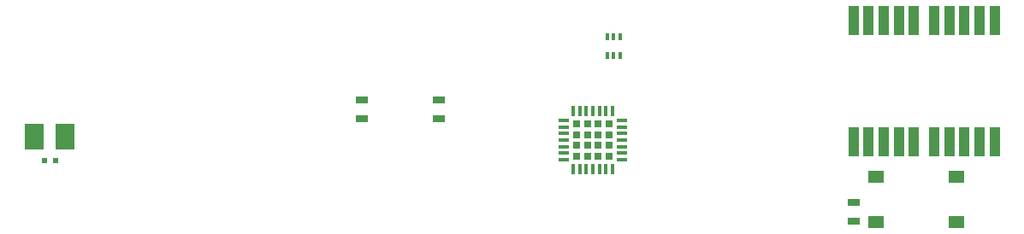
<source format=gbr>
G04 #@! TF.GenerationSoftware,KiCad,Pcbnew,(5.99.0-576-ga860ac506)*
G04 #@! TF.CreationDate,2021-04-05T12:44:30+02:00*
G04 #@! TF.ProjectId,50 pin to 34 pin Floppy Adapter,35302070-696e-4207-946f-203334207069,rev?*
G04 #@! TF.SameCoordinates,Original*
G04 #@! TF.FileFunction,Paste,Top*
G04 #@! TF.FilePolarity,Positive*
%FSLAX46Y46*%
G04 Gerber Fmt 4.6, Leading zero omitted, Abs format (unit mm)*
G04 Created by KiCad (PCBNEW (5.99.0-576-ga860ac506)) date 2021-04-05 12:44:30*
%MOMM*%
%LPD*%
G04 APERTURE LIST*
%ADD10R,1.300000X0.700000*%
%ADD11R,0.400000X0.650000*%
%ADD12R,1.950000X2.500000*%
%ADD13R,0.600000X0.500000*%
%ADD14R,1.000000X3.000000*%
%ADD15R,1.550000X1.300000*%
%ADD16R,0.370000X1.000000*%
%ADD17R,1.000000X0.370000*%
%ADD18R,0.637500X0.637500*%
G04 APERTURE END LIST*
D10*
X63500000Y-32702500D03*
X63500000Y-30802500D03*
D11*
X80122000Y-26413500D03*
X81422000Y-26413500D03*
X80772000Y-24513500D03*
X80772000Y-26413500D03*
X81422000Y-24513500D03*
X80122000Y-24513500D03*
D12*
X23430500Y-34480500D03*
X26480500Y-34480500D03*
D13*
X24405500Y-36830000D03*
X25505500Y-36830000D03*
D10*
X55880000Y-32697500D03*
X55880000Y-30797500D03*
X104521000Y-42860000D03*
X104521000Y-40960000D03*
D14*
X112500000Y-34919500D03*
X114000000Y-34919500D03*
X115500000Y-34919500D03*
X117000000Y-34919500D03*
X118500000Y-34919500D03*
X118500000Y-22919500D03*
X117000000Y-22919500D03*
X115500000Y-22919500D03*
X114000000Y-22919500D03*
X112500000Y-22919500D03*
X104499000Y-34919500D03*
X105999000Y-34919500D03*
X107499000Y-34919500D03*
X108999000Y-34919500D03*
X110499000Y-34919500D03*
X110499000Y-22919500D03*
X108999000Y-22919500D03*
X107499000Y-22919500D03*
X105999000Y-22919500D03*
X104499000Y-22919500D03*
D15*
X114660500Y-38390000D03*
X114660500Y-42890000D03*
X106700500Y-42890000D03*
X106700500Y-38390000D03*
D16*
X76766750Y-37624750D03*
X77416750Y-37624750D03*
X78066750Y-37624750D03*
X78716750Y-37624750D03*
X79366750Y-37624750D03*
X80016750Y-37624750D03*
X80666750Y-37624750D03*
D17*
X81566750Y-36724750D03*
X81566750Y-36074750D03*
X81566750Y-35424750D03*
X81566750Y-34774750D03*
X81566750Y-34124750D03*
X81566750Y-33474750D03*
X81566750Y-32824750D03*
D16*
X80666750Y-31924750D03*
X80016750Y-31924750D03*
X79366750Y-31924750D03*
X78716750Y-31924750D03*
X78066750Y-31924750D03*
X77416750Y-31924750D03*
X76766750Y-31924750D03*
D17*
X75866750Y-32824750D03*
X75866750Y-33474750D03*
X75866750Y-34124750D03*
X75866750Y-34774750D03*
X75866750Y-35424750D03*
X75866750Y-36074750D03*
X75866750Y-36724750D03*
D18*
X80310500Y-33181000D03*
X79248000Y-33181000D03*
X78185500Y-33181000D03*
X77123000Y-33181000D03*
X80310500Y-34243500D03*
X79248000Y-34243500D03*
X78185500Y-34243500D03*
X77123000Y-34243500D03*
X80310500Y-35306000D03*
X79248000Y-35306000D03*
X78185500Y-35306000D03*
X77123000Y-35306000D03*
X80310500Y-36368500D03*
X79248000Y-36368500D03*
X78185500Y-36368500D03*
X77123000Y-36368500D03*
M02*

</source>
